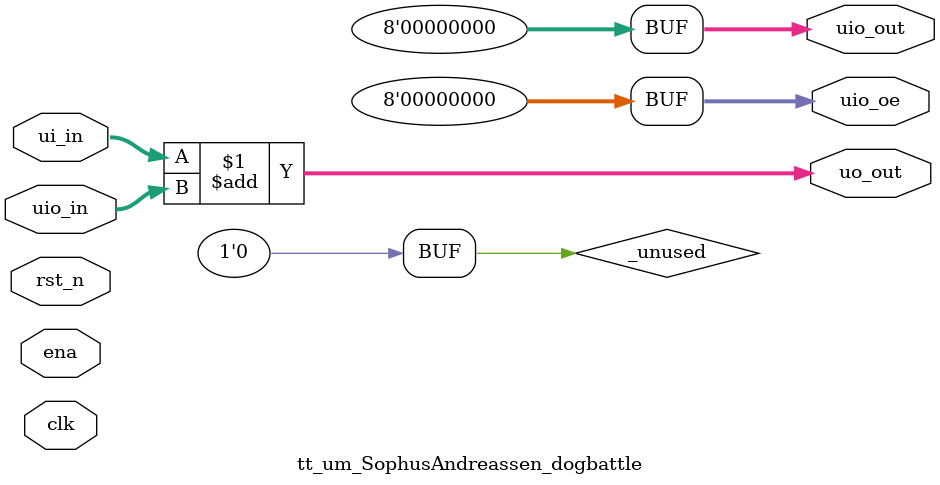
<source format=v>
/*
 * Copyright (c) 2024 Your Name
 * SPDX-License-Identifier: Apache-2.0
 */

`default_nettype none

module tt_um_SophusAndreassen_dogbattle (
    input  wire [7:0] ui_in,    // Dedicated inputs
    output wire [7:0] uo_out,   // Dedicated outputs
    input  wire [7:0] uio_in,   // IOs: Input path
    output wire [7:0] uio_out,  // IOs: Output path
    output wire [7:0] uio_oe,   // IOs: Enable path (active high: 0=input, 1=output)
    input  wire       ena,      // always 1 when the design is powered, so you can ignore it
    input  wire       clk,      // clock
    input  wire       rst_n     // reset_n - low to reset
);

  // All output pins must be assigned. If not used, assign to 0.
  assign uo_out  = ui_in + uio_in;  // Example: ou_out is the sum of ui_in and uio_in
  assign uio_out = 0;
  assign uio_oe  = 0;

  // List all unused inputs to prevent warnings
  wire _unused = &{ena, clk, rst_n, 1'b0};

endmodule

</source>
